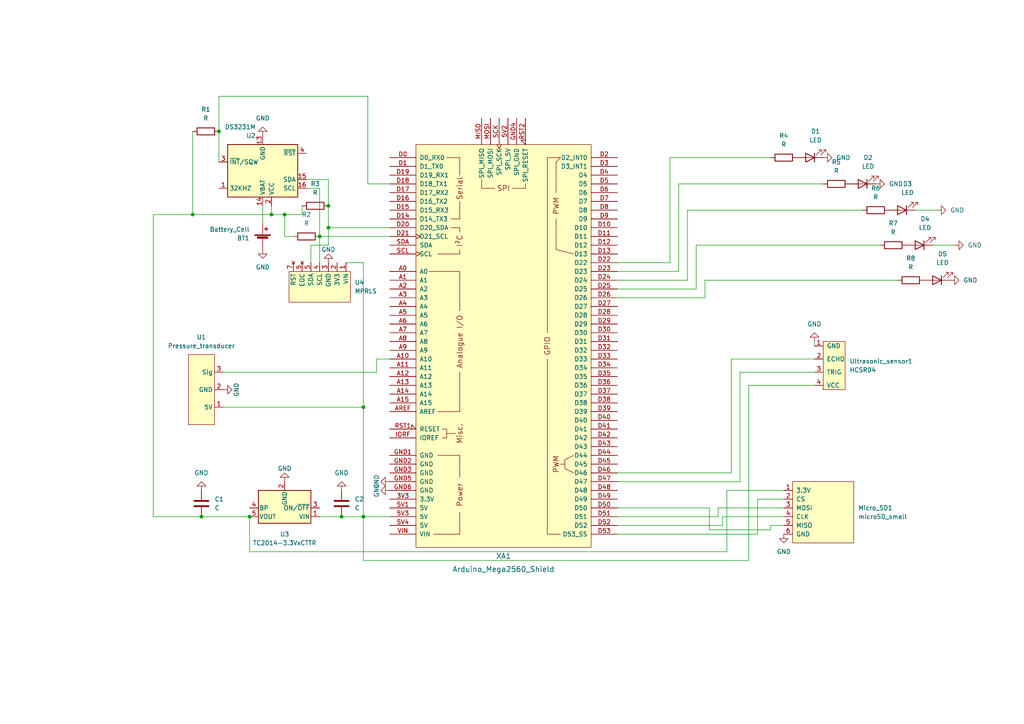
<source format=kicad_sch>
(kicad_sch (version 20211123) (generator eeschema)
  (paper "A4")
  (lib_symbols
    (symbol "ARTS-Lab:HCSR04" (pin_names (offset 1.016))
      (property "Reference" "Ultrasonic_sensor" (at 0 2.54 0))
      (property "Value" "HCSR04" (at 0 3.81 0))
      (symbol "HCSR04_0_1"
        (rectangle (start -7.62 1.27) (end 6.35 -5.08) (fill (type background)))
      )
      (symbol "HCSR04_1_1"
        (pin passive line (at -6.35 -7.62 90) (length 2.54) (name "GND") (number "1"))
        (pin passive line (at -2.54 -7.62 90) (length 2.54) (name "ECHO") (number "2"))
        (pin passive line (at 1.27 -7.62 90) (length 2.54) (name "TRIG") (number "3"))
        (pin passive line (at 5.08 -7.62 90) (length 2.54) (name "VCC") (number "4"))
      )
    )
    (symbol "ARTS-Lab:microSD_small" (pin_names (offset 1.016))
      (property "Reference" "Micro_SD" (at 0 -7.62 0))
      (property "Value" "microSD_small" (at 0 -3.81 0))
      (symbol "microSD_small_0_1"
        (polyline (pts (xy -8.89 -11.43) (xy -8.89 -17.78) (xy 8.89 -17.78) (xy 8.89 -11.43)) (fill (type background)))
        (polyline (pts (xy -8.89 -11.43) (xy -8.89 0) (xy 8.89 0) (xy 8.89 -11.43)) (fill (type background)))
      )
      (symbol "microSD_small_1_1"
        (pin input line (at -6.35 -20.32 90) (length 2.54) (name "3.3V") (number "1"))
        (pin input line (at -3.81 -20.32 90) (length 2.54) (name "CS") (number "2"))
        (pin input line (at -1.27 -20.32 90) (length 2.54) (name "MOSI") (number "3"))
        (pin input line (at 1.27 -20.32 90) (length 2.54) (name "CLK") (number "4"))
        (pin input line (at 3.81 -20.32 90) (length 2.54) (name "MISO") (number "5"))
        (pin input line (at 6.35 -20.32 90) (length 2.54) (name "GND") (number "6"))
      )
    )
    (symbol "Arduino_Boards:Arduino_Mega2560_Shield" (pin_names (offset 1.016))
      (property "Reference" "XA" (at 2.54 0 90))
      (property "Value" "Arduino_Mega2560_Shield" (at -2.54 0 90))
      (symbol "Arduino_Mega2560_Shield_0_0"
        (rectangle (start -25.4 -58.42) (end 25.4 58.42) (fill (type background)))
        (rectangle (start -20.32 -54.61) (end -12.7 -54.61))
        (rectangle (start -19.05 -31.75) (end -12.7 -31.75))
        (rectangle (start -19.05 -19.05) (end -12.7 -19.05))
        (rectangle (start -19.05 26.67) (end -12.7 26.67))
        (rectangle (start -17.78 -26.67) (end -16.51 -26.67))
        (rectangle (start -17.78 -24.13) (end -16.51 -24.13))
        (rectangle (start -16.51 -25.4) (end -13.97 -25.4))
        (rectangle (start -16.51 -24.13) (end -16.51 -26.67))
        (rectangle (start -16.51 54.61) (end -12.7 54.61))
        (rectangle (start -15.24 34.29) (end -12.7 34.29))
        (rectangle (start -15.24 36.83) (end -12.7 36.83))
        (rectangle (start -12.7 -54.61) (end -12.7 -48.26))
        (rectangle (start -12.7 -31.75) (end -12.7 -38.1))
        (rectangle (start -12.7 26.67) (end -12.7 27.94))
        (rectangle (start -12.7 34.29) (end -12.7 33.02))
        (rectangle (start -12.7 41.91) (end -12.7 36.83))
        (rectangle (start -12.7 49.53) (end -12.7 54.61))
        (rectangle (start -6.35 48.26) (end -6.35 45.72))
        (rectangle (start -2.54 45.72) (end -6.35 45.72))
        (polyline (pts (xy -21.59 21.59) (xy -12.7 21.59)))
        (polyline (pts (xy -12.7 -19.05) (xy -12.7 -7.62)))
        (polyline (pts (xy -12.7 10.16) (xy -12.7 21.59)))
        (polyline (pts (xy 12.7 -54.61) (xy 16.51 -54.61)))
        (polyline (pts (xy 12.7 54.61) (xy 16.51 54.61)))
        (polyline (pts (xy 17.78 -34.29) (xy 16.51 -34.29)))
        (polyline (pts (xy 15.24 36.83) (xy 15.24 27.94) (xy 20.32 26.67)))
        (polyline (pts (xy 15.24 44.45) (xy 15.24 53.34) (xy 16.51 54.61)))
        (polyline (pts (xy 20.32 -31.75) (xy 17.78 -33.02) (xy 17.78 -35.56) (xy 20.32 -36.83)))
        (rectangle (start 6.35 45.72) (end 2.54 45.72))
        (rectangle (start 6.35 46.99) (end 6.35 45.72))
        (text "Analogue I/O" (at -12.7 1.27 900) (effects (font (size 1.524 1.524))))
        (text "I²C" (at -12.7 30.48 900) (effects (font (size 1.524 1.524))))
        (text "Misc." (at -12.7 -25.4 900) (effects (font (size 1.524 1.524))))
        (text "Power" (at -12.7 -43.18 900) (effects (font (size 1.524 1.524))))
        (text "PWM" (at 15.24 -34.29 900) (effects (font (size 1.524 1.524))))
        (text "PWM" (at 15.24 40.64 900) (effects (font (size 1.524 1.524))))
        (text "Serial" (at -12.7 45.72 900) (effects (font (size 1.524 1.524))))
        (text "SPI" (at 0 45.72 0) (effects (font (size 1.524 1.524))))
      )
      (symbol "Arduino_Mega2560_Shield_1_0"
        (rectangle (start 12.7 -54.61) (end 12.7 -3.81))
        (rectangle (start 12.7 54.61) (end 12.7 3.81))
        (text "GPIO" (at 12.7 0 900) (effects (font (size 1.524 1.524))))
      )
      (symbol "Arduino_Mega2560_Shield_1_1"
        (pin power_in line (at -33.02 -44.45 0) (length 7.62) (name "3.3V") (number "3V3"))
        (pin power_in line (at -33.02 -46.99 0) (length 7.62) (name "5V") (number "5V1"))
        (pin power_in line (at 1.27 66.04 270) (length 7.62) (name "SPI_5V") (number "5V2"))
        (pin power_in line (at -33.02 -49.53 0) (length 7.62) (name "5V") (number "5V3"))
        (pin power_in line (at -33.02 -52.07 0) (length 7.62) (name "5V") (number "5V4"))
        (pin bidirectional line (at -33.02 21.59 0) (length 7.62) (name "A0") (number "A0"))
        (pin bidirectional line (at -33.02 19.05 0) (length 7.62) (name "A1") (number "A1"))
        (pin bidirectional line (at -33.02 -3.81 0) (length 7.62) (name "A10") (number "A10"))
        (pin bidirectional line (at -33.02 -6.35 0) (length 7.62) (name "A11") (number "A11"))
        (pin bidirectional line (at -33.02 -8.89 0) (length 7.62) (name "A12") (number "A12"))
        (pin bidirectional line (at -33.02 -11.43 0) (length 7.62) (name "A13") (number "A13"))
        (pin bidirectional line (at -33.02 -13.97 0) (length 7.62) (name "A14") (number "A14"))
        (pin bidirectional line (at -33.02 -16.51 0) (length 7.62) (name "A15") (number "A15"))
        (pin bidirectional line (at -33.02 16.51 0) (length 7.62) (name "A2") (number "A2"))
        (pin bidirectional line (at -33.02 13.97 0) (length 7.62) (name "A3") (number "A3"))
        (pin bidirectional line (at -33.02 11.43 0) (length 7.62) (name "A4") (number "A4"))
        (pin bidirectional line (at -33.02 8.89 0) (length 7.62) (name "A5") (number "A5"))
        (pin bidirectional line (at -33.02 6.35 0) (length 7.62) (name "A6") (number "A6"))
        (pin bidirectional line (at -33.02 3.81 0) (length 7.62) (name "A7") (number "A7"))
        (pin bidirectional line (at -33.02 1.27 0) (length 7.62) (name "A8") (number "A8"))
        (pin bidirectional line (at -33.02 -1.27 0) (length 7.62) (name "A9") (number "A9"))
        (pin input line (at -33.02 -19.05 0) (length 7.62) (name "AREF") (number "AREF"))
        (pin bidirectional line (at -33.02 54.61 0) (length 7.62) (name "D0_RX0") (number "D0"))
        (pin bidirectional line (at -33.02 52.07 0) (length 7.62) (name "D1_TX0") (number "D1"))
        (pin bidirectional line (at 33.02 34.29 180) (length 7.62) (name "D10") (number "D10"))
        (pin bidirectional line (at 33.02 31.75 180) (length 7.62) (name "D11") (number "D11"))
        (pin bidirectional line (at 33.02 29.21 180) (length 7.62) (name "D12") (number "D12"))
        (pin bidirectional line (at 33.02 26.67 180) (length 7.62) (name "D13") (number "D13"))
        (pin bidirectional line (at -33.02 36.83 0) (length 7.62) (name "D14_TX3") (number "D14"))
        (pin bidirectional line (at -33.02 39.37 0) (length 7.62) (name "D15_RX3") (number "D15"))
        (pin bidirectional line (at -33.02 41.91 0) (length 7.62) (name "D16_TX2") (number "D16"))
        (pin bidirectional line (at -33.02 44.45 0) (length 7.62) (name "D17_RX2") (number "D17"))
        (pin bidirectional line (at -33.02 46.99 0) (length 7.62) (name "D18_TX1") (number "D18"))
        (pin bidirectional line (at -33.02 49.53 0) (length 7.62) (name "D19_RX1") (number "D19"))
        (pin bidirectional line (at 33.02 54.61 180) (length 7.62) (name "D2_INT0") (number "D2"))
        (pin bidirectional line (at -33.02 34.29 0) (length 7.62) (name "D20_SDA") (number "D20"))
        (pin bidirectional clock (at -33.02 31.75 0) (length 7.62) (name "D21_SCL") (number "D21"))
        (pin bidirectional line (at 33.02 24.13 180) (length 7.62) (name "D22") (number "D22"))
        (pin bidirectional line (at 33.02 21.59 180) (length 7.62) (name "D23") (number "D23"))
        (pin bidirectional line (at 33.02 19.05 180) (length 7.62) (name "D24") (number "D24"))
        (pin bidirectional line (at 33.02 16.51 180) (length 7.62) (name "D25") (number "D25"))
        (pin bidirectional line (at 33.02 13.97 180) (length 7.62) (name "D26") (number "D26"))
        (pin bidirectional line (at 33.02 11.43 180) (length 7.62) (name "D27") (number "D27"))
        (pin bidirectional line (at 33.02 8.89 180) (length 7.62) (name "D28") (number "D28"))
        (pin bidirectional line (at 33.02 6.35 180) (length 7.62) (name "D29") (number "D29"))
        (pin bidirectional line (at 33.02 52.07 180) (length 7.62) (name "D3_INT1") (number "D3"))
        (pin bidirectional line (at 33.02 3.81 180) (length 7.62) (name "D30") (number "D30"))
        (pin bidirectional line (at 33.02 1.27 180) (length 7.62) (name "D31") (number "D31"))
        (pin bidirectional line (at 33.02 -1.27 180) (length 7.62) (name "D32") (number "D32"))
        (pin bidirectional line (at 33.02 -3.81 180) (length 7.62) (name "D33") (number "D33"))
        (pin bidirectional line (at 33.02 -6.35 180) (length 7.62) (name "D34") (number "D34"))
        (pin bidirectional line (at 33.02 -8.89 180) (length 7.62) (name "D35") (number "D35"))
        (pin bidirectional line (at 33.02 -11.43 180) (length 7.62) (name "D36") (number "D36"))
        (pin bidirectional line (at 33.02 -13.97 180) (length 7.62) (name "D37") (number "D37"))
        (pin bidirectional line (at 33.02 -16.51 180) (length 7.62) (name "D38") (number "D38"))
        (pin bidirectional line (at 33.02 -19.05 180) (length 7.62) (name "D39") (number "D39"))
        (pin bidirectional line (at 33.02 49.53 180) (length 7.62) (name "D4") (number "D4"))
        (pin bidirectional line (at 33.02 -21.59 180) (length 7.62) (name "D40") (number "D40"))
        (pin bidirectional line (at 33.02 -24.13 180) (length 7.62) (name "D41") (number "D41"))
        (pin bidirectional line (at 33.02 -26.67 180) (length 7.62) (name "D42") (number "D42"))
        (pin bidirectional line (at 33.02 -29.21 180) (length 7.62) (name "D43") (number "D43"))
        (pin bidirectional line (at 33.02 -31.75 180) (length 7.62) (name "D44") (number "D44"))
        (pin bidirectional line (at 33.02 -34.29 180) (length 7.62) (name "D45") (number "D45"))
        (pin bidirectional line (at 33.02 -36.83 180) (length 7.62) (name "D46") (number "D46"))
        (pin bidirectional line (at 33.02 -39.37 180) (length 7.62) (name "D47") (number "D47"))
        (pin bidirectional line (at 33.02 -41.91 180) (length 7.62) (name "D48") (number "D48"))
        (pin bidirectional line (at 33.02 -44.45 180) (length 7.62) (name "D49") (number "D49"))
        (pin bidirectional line (at 33.02 46.99 180) (length 7.62) (name "D5") (number "D5"))
        (pin bidirectional line (at 33.02 -46.99 180) (length 7.62) (name "D50") (number "D50"))
        (pin bidirectional line (at 33.02 -49.53 180) (length 7.62) (name "D51") (number "D51"))
        (pin bidirectional line (at 33.02 -52.07 180) (length 7.62) (name "D52") (number "D52"))
        (pin bidirectional line (at 33.02 -54.61 180) (length 7.62) (name "D53_SS") (number "D53"))
        (pin bidirectional line (at 33.02 44.45 180) (length 7.62) (name "D6") (number "D6"))
        (pin bidirectional line (at 33.02 41.91 180) (length 7.62) (name "D7") (number "D7"))
        (pin bidirectional line (at 33.02 39.37 180) (length 7.62) (name "D8") (number "D8"))
        (pin bidirectional line (at 33.02 36.83 180) (length 7.62) (name "D9") (number "D9"))
        (pin power_in line (at -33.02 -31.75 0) (length 7.62) (name "GND") (number "GND1"))
        (pin power_in line (at -33.02 -34.29 0) (length 7.62) (name "GND") (number "GND2"))
        (pin power_in line (at -33.02 -36.83 0) (length 7.62) (name "GND") (number "GND3"))
        (pin power_in line (at 3.81 66.04 270) (length 7.62) (name "SPI_GND") (number "GND4"))
        (pin power_in line (at -33.02 -39.37 0) (length 7.62) (name "GND") (number "GND5"))
        (pin power_in line (at -33.02 -41.91 0) (length 7.62) (name "GND") (number "GND6"))
        (pin output line (at -33.02 -26.67 0) (length 7.62) (name "IOREF") (number "IORF"))
        (pin input line (at -6.35 66.04 270) (length 7.62) (name "SPI_MISO") (number "MISO"))
        (pin output line (at -3.81 66.04 270) (length 7.62) (name "SPI_MOSI") (number "MOSI"))
        (pin open_collector input_low (at -33.02 -24.13 0) (length 7.62) (name "RESET") (number "RST1"))
        (pin open_collector input_low (at 6.35 66.04 270) (length 7.62) (name "SPI_RESET") (number "RST2"))
        (pin output clock (at -1.27 66.04 270) (length 7.62) (name "SPI_SCK") (number "SCK"))
        (pin bidirectional clock (at -33.02 26.67 0) (length 7.62) (name "SCL") (number "SCL"))
        (pin bidirectional line (at -33.02 29.21 0) (length 7.62) (name "SDA") (number "SDA"))
        (pin power_in line (at -33.02 -54.61 0) (length 7.62) (name "VIN") (number "VIN"))
      )
    )
    (symbol "Device:Battery_Cell" (pin_numbers hide) (pin_names (offset 0) hide)
      (property "Reference" "BT" (at 2.54 2.54 0))
      (property "Value" "Battery_Cell" (at 2.54 0 0))
      (symbol "Battery_Cell_0_1"
        (rectangle (start -2.286 1.778) (end 2.286 1.524) (fill (type outline)))
        (rectangle (start -1.5748 1.1938) (end 1.4732 0.6858) (fill (type outline)))
        (polyline (pts (xy 0 0.762) (xy 0 0)))
        (polyline (pts (xy 0 1.778) (xy 0 2.54)))
        (polyline (pts (xy 0.508 3.429) (xy 1.524 3.429)) (stroke (width 0.254)))
        (polyline (pts (xy 1.016 3.937) (xy 1.016 2.921)) (stroke (width 0.254)))
      )
      (symbol "Battery_Cell_1_1"
        (pin passive line (at 0 5.08 270) (length 2.54) (name "+") (number "1"))
        (pin passive line (at 0 -2.54 90) (length 2.54) (name "-") (number "2"))
      )
    )
    (symbol "Device:C" (pin_numbers hide) (pin_names (offset 0.254))
      (property "Reference" "C" (at 0.635 2.54 0))
      (property "Value" "C" (at 0.635 -2.54 0))
      (symbol "C_0_1"
        (polyline (pts (xy -2.032 -0.762) (xy 2.032 -0.762)) (stroke (width 0.508)))
        (polyline (pts (xy -2.032 0.762) (xy 2.032 0.762)) (stroke (width 0.508)))
      )
      (symbol "C_1_1"
        (pin passive line (at 0 3.81 270) (length 2.794) (name "~") (number "1"))
        (pin passive line (at 0 -3.81 90) (length 2.794) (name "~") (number "2"))
      )
    )
    (symbol "Device:LED" (pin_numbers hide) (pin_names (offset 1.016) hide)
      (property "Reference" "D" (at 0 2.54 0))
      (property "Value" "LED" (at 0 -2.54 0))
      (symbol "LED_0_1"
        (polyline (pts (xy -1.27 -1.27) (xy -1.27 1.27)) (stroke (width 0.254)))
        (polyline (pts (xy -1.27 0) (xy 1.27 0)))
        (polyline (pts (xy 1.27 -1.27) (xy 1.27 1.27) (xy -1.27 0) (xy 1.27 -1.27)) (stroke (width 0.254)))
        (polyline (pts (xy -3.048 -0.762) (xy -4.572 -2.286) (xy -3.81 -2.286) (xy -4.572 -2.286) (xy -4.572 -1.524)))
        (polyline (pts (xy -1.778 -0.762) (xy -3.302 -2.286) (xy -2.54 -2.286) (xy -3.302 -2.286) (xy -3.302 -1.524)))
      )
      (symbol "LED_1_1"
        (pin passive line (at -3.81 0 0) (length 2.54) (name "K") (number "1"))
        (pin passive line (at 3.81 0 180) (length 2.54) (name "A") (number "2"))
      )
    )
    (symbol "Device:R" (pin_numbers hide) (pin_names (offset 0))
      (property "Reference" "R" (at 2.032 0 90))
      (property "Value" "R" (at 0 0 90))
      (symbol "R_0_1"
        (rectangle (start -1.016 -2.54) (end 1.016 2.54) (stroke (width 0.254)))
      )
      (symbol "R_1_1"
        (pin passive line (at 0 3.81 270) (length 1.27) (name "~") (number "1"))
        (pin passive line (at 0 -3.81 90) (length 1.27) (name "~") (number "2"))
      )
    )
    (symbol "Regulator_Linear:TC2014-3.3VxCTTR" (pin_names (offset 0.254))
      (property "Reference" "U" (at -6.35 5.715 0))
      (property "Value" "TC2014-3.3VxCTTR" (at 0 5.715 0))
      (symbol "TC2014-3.3VxCTTR_0_1"
        (rectangle (start -7.62 -5.08) (end 7.62 4.445) (stroke (width 0.254)) (fill (type background)))
      )
      (symbol "TC2014-3.3VxCTTR_1_1"
        (pin power_in line (at -10.16 2.54 0) (length 2.54) (name "VIN") (number "1"))
        (pin power_in line (at 0 -7.62 90) (length 2.54) (name "GND") (number "2"))
        (pin input line (at -10.16 0 0) (length 2.54) (name "ON/~{OFF}") (number "3"))
        (pin input line (at 10.16 0 180) (length 2.54) (name "BP") (number "4"))
        (pin power_out line (at 10.16 2.54 180) (length 2.54) (name "VOUT") (number "5"))
      )
    )
    (symbol "Timer_RTC:DS3231M"
      (property "Reference" "U" (at -7.62 8.89 0))
      (property "Value" "DS3231M" (at 10.16 8.89 0))
      (symbol "DS3231M_0_1"
        (rectangle (start -10.16 7.62) (end 10.16 -7.62) (stroke (width 0.254)) (fill (type background)))
      )
      (symbol "DS3231M_1_1"
        (pin open_collector line (at 12.7 5.08 180) (length 2.54) (name "32KHZ") (number "1"))
        (pin passive line (at 0 -10.16 90) (length 2.54) hide (name "GND") (number "10"))
        (pin passive line (at 0 -10.16 90) (length 2.54) hide (name "GND") (number "11"))
        (pin passive line (at 0 -10.16 90) (length 2.54) hide (name "GND") (number "12"))
        (pin power_in line (at 0 -10.16 90) (length 2.54) (name "GND") (number "13"))
        (pin power_in line (at 0 10.16 270) (length 2.54) (name "VBAT") (number "14"))
        (pin bidirectional line (at -12.7 2.54 0) (length 2.54) (name "SDA") (number "15"))
        (pin input line (at -12.7 5.08 0) (length 2.54) (name "SCL") (number "16"))
        (pin power_in line (at -2.54 10.16 270) (length 2.54) (name "VCC") (number "2"))
        (pin open_collector line (at 12.7 -2.54 180) (length 2.54) (name "~{INT}/SQW") (number "3"))
        (pin bidirectional line (at -12.7 -5.08 0) (length 2.54) (name "~{RST}") (number "4"))
        (pin passive line (at 0 -10.16 90) (length 2.54) hide (name "GND") (number "5"))
        (pin passive line (at 0 -10.16 90) (length 2.54) hide (name "GND") (number "6"))
        (pin passive line (at 0 -10.16 90) (length 2.54) hide (name "GND") (number "7"))
        (pin passive line (at 0 -10.16 90) (length 2.54) hide (name "GND") (number "8"))
        (pin passive line (at 0 -10.16 90) (length 2.54) hide (name "GND") (number "9"))
      )
    )
    (symbol "dhec:MPRLS"
      (property "Reference" "U" (at 3.81 6.35 0))
      (property "Value" "MPRLS" (at 3.81 8.89 0))
      (symbol "MPRLS_0_1"
        (rectangle (start -5.08 10.16) (end 12.7 1.27) (fill (type background)))
      )
      (symbol "MPRLS_1_1"
        (pin power_in line (at -3.81 -1.27 90) (length 2.54) (name "VIN") (number "1"))
        (pin power_out line (at -1.27 -1.27 90) (length 2.54) (name "3V3") (number "2"))
        (pin power_out line (at 1.27 -1.27 90) (length 2.54) (name "GND") (number "3"))
        (pin bidirectional line (at 3.81 -1.27 90) (length 2.54) (name "SCL") (number "4"))
        (pin no_connect line (at 8.89 -1.27 90) (length 2.54) (name "EOC") (number "5"))
        (pin bidirectional line (at 6.35 -1.27 90) (length 2.54) (name "SDA") (number "5"))
        (pin no_connect line (at 11.43 -1.27 90) (length 2.54) (name "RST") (number "7"))
      )
    )
    (symbol "dhec:Pressure_transducer"
      (property "Reference" "U" (at -3.81 1.27 0))
      (property "Value" "Pressure_transducer" (at 0 3.81 0))
      (symbol "Pressure_transducer_0_1"
        (rectangle (start -10.16 5.08) (end 10.16 -2.54) (fill (type background)))
      )
      (symbol "Pressure_transducer_1_1"
        (pin power_in line (at -5.08 -5.08 90) (length 2.54) (name "5V") (number "1"))
        (pin power_out line (at 0 -5.08 90) (length 2.54) (name "GND") (number "2"))
        (pin power_out line (at 5.08 -5.08 90) (length 2.54) (name "Sig") (number "3"))
      )
    )
    (symbol "power:GND" (power) (pin_names (offset 0))
      (property "Value" "GND" (at 0 -3.81 0))
      (symbol "GND_0_1"
        (polyline (pts (xy 0 0) (xy 0 -1.27) (xy 1.27 -1.27) (xy 0 -2.54) (xy -1.27 -1.27) (xy 0 -1.27)))
      )
      (symbol "GND_1_1"
        (pin power_in line (at 0 0 270) (length 0) hide (name "GND") (number "1"))
      )
    )
  )
  (junction (at 58.42 149.86))
  (junction (at 92.71 68.58))
  (junction (at 105.41 118.11))
  (junction (at 55.88 62.23))
  (junction (at 95.25 59.69))
  (junction (at 78.74 62.23))
  (junction (at 95.25 66.04))
  (junction (at 63.5 38.1))
  (junction (at 99.06 149.86))
  (junction (at 105.41 149.86))
  (junction (at 82.55 62.23))
  (junction (at 72.39 149.86))
  (wire (pts (xy 95.25 66.04) (xy 113.03 66.04)))
  (wire (pts (xy 95.25 71.12) (xy 95.25 66.04)))
  (wire (pts (xy 265.43 60.96) (xy 271.78 60.96)))
  (wire (pts (xy 208.28 147.32) (xy 227.33 147.32)))
  (wire (pts (xy 90.17 71.12) (xy 95.25 71.12)))
  (wire (pts (xy 209.55 152.4) (xy 209.55 149.86)))
  (wire (pts (xy 179.07 152.4) (xy 209.55 152.4)))
  (wire (pts (xy 179.07 83.82) (xy 201.93 83.82)))
  (wire (pts (xy 205.74 153.67) (xy 223.52 153.67)))
  (wire (pts (xy 95.25 59.69) (xy 95.25 66.04)))
  (wire (pts (xy 201.93 71.12) (xy 255.27 71.12)))
  (wire (pts (xy 214.63 139.7) (xy 179.07 139.7)))
  (wire (pts (xy 99.06 149.86) (xy 105.41 149.86)))
  (wire (pts (xy 179.07 78.74) (xy 196.85 78.74)))
  (wire (pts (xy 223.52 153.67) (xy 223.52 152.4)))
  (wire (pts (xy 64.77 118.11) (xy 105.41 118.11)))
  (wire (pts (xy 105.41 118.11) (xy 105.41 149.86)))
  (wire (pts (xy 217.17 111.76) (xy 236.22 111.76)))
  (wire (pts (xy 227.33 142.24) (xy 210.82 142.24)))
  (wire (pts (xy 204.47 81.28) (xy 260.35 81.28)))
  (wire (pts (xy 55.88 62.23) (xy 78.74 62.23)))
  (wire (pts (xy 92.71 149.86) (xy 99.06 149.86)))
  (wire (pts (xy 78.74 62.23) (xy 78.74 59.69)))
  (wire (pts (xy 109.22 107.95) (xy 109.22 104.14)))
  (wire (pts (xy 63.5 27.94) (xy 106.68 27.94)))
  (wire (pts (xy 208.28 149.86) (xy 208.28 147.32)))
  (wire (pts (xy 217.17 162.56) (xy 217.17 111.76)))
  (wire (pts (xy 194.31 45.72) (xy 223.52 45.72)))
  (wire (pts (xy 88.9 52.07) (xy 95.25 52.07)))
  (wire (pts (xy 179.07 81.28) (xy 199.39 81.28)))
  (wire (pts (xy 214.63 107.95) (xy 214.63 139.7)))
  (wire (pts (xy 64.77 107.95) (xy 109.22 107.95)))
  (wire (pts (xy 63.5 46.99) (xy 63.5 38.1)))
  (wire (pts (xy 92.71 68.58) (xy 92.71 76.2)))
  (wire (pts (xy 72.39 149.86) (xy 58.42 149.86)))
  (wire (pts (xy 199.39 81.28) (xy 199.39 60.96)))
  (wire (pts (xy 105.41 149.86) (xy 105.41 162.56)))
  (wire (pts (xy 219.71 154.94) (xy 219.71 144.78)))
  (wire (pts (xy 212.09 104.14) (xy 212.09 137.16)))
  (wire (pts (xy 210.82 160.02) (xy 72.39 160.02)))
  (wire (pts (xy 78.74 62.23) (xy 82.55 62.23)))
  (wire (pts (xy 105.41 162.56) (xy 217.17 162.56)))
  (wire (pts (xy 179.07 147.32) (xy 205.74 147.32)))
  (wire (pts (xy 210.82 142.24) (xy 210.82 160.02)))
  (wire (pts (xy 236.22 104.14) (xy 212.09 104.14)))
  (wire (pts (xy 106.68 53.34) (xy 113.03 53.34)))
  (wire (pts (xy 179.07 76.2) (xy 194.31 76.2)))
  (wire (pts (xy 199.39 60.96) (xy 250.19 60.96)))
  (wire (pts (xy 205.74 147.32) (xy 205.74 153.67)))
  (wire (pts (xy 92.71 54.61) (xy 92.71 68.58)))
  (wire (pts (xy 63.5 38.1) (xy 63.5 27.94)))
  (wire (pts (xy 196.85 53.34) (xy 238.76 53.34)))
  (wire (pts (xy 201.93 83.82) (xy 201.93 71.12)))
  (wire (pts (xy 88.9 54.61) (xy 92.71 54.61)))
  (wire (pts (xy 204.47 86.36) (xy 204.47 81.28)))
  (wire (pts (xy 212.09 137.16) (xy 179.07 137.16)))
  (wire (pts (xy 179.07 86.36) (xy 204.47 86.36)))
  (wire (pts (xy 270.51 71.12) (xy 276.86 71.12)))
  (wire (pts (xy 236.22 99.06) (xy 236.22 100.33)))
  (wire (pts (xy 44.45 149.86) (xy 44.45 62.23)))
  (wire (pts (xy 95.25 52.07) (xy 95.25 59.69)))
  (wire (pts (xy 100.33 76.2) (xy 105.41 76.2)))
  (wire (pts (xy 82.55 62.23) (xy 87.63 62.23)))
  (wire (pts (xy 58.42 149.86) (xy 44.45 149.86)))
  (wire (pts (xy 194.31 76.2) (xy 194.31 45.72)))
  (wire (pts (xy 90.17 76.2) (xy 90.17 71.12)))
  (wire (pts (xy 179.07 154.94) (xy 219.71 154.94)))
  (wire (pts (xy 76.2 59.69) (xy 76.2 64.77)))
  (wire (pts (xy 82.55 68.58) (xy 82.55 62.23)))
  (wire (pts (xy 105.41 76.2) (xy 105.41 118.11)))
  (wire (pts (xy 236.22 107.95) (xy 214.63 107.95)))
  (wire (pts (xy 85.09 68.58) (xy 82.55 68.58)))
  (wire (pts (xy 219.71 144.78) (xy 227.33 144.78)))
  (wire (pts (xy 92.71 68.58) (xy 113.03 68.58)))
  (wire (pts (xy 196.85 78.74) (xy 196.85 53.34)))
  (wire (pts (xy 209.55 149.86) (xy 227.33 149.86)))
  (wire (pts (xy 179.07 149.86) (xy 208.28 149.86)))
  (wire (pts (xy 109.22 104.14) (xy 113.03 104.14)))
  (wire (pts (xy 87.63 62.23) (xy 87.63 59.69)))
  (wire (pts (xy 72.39 160.02) (xy 72.39 149.86)))
  (wire (pts (xy 55.88 38.1) (xy 55.88 62.23)))
  (wire (pts (xy 223.52 152.4) (xy 227.33 152.4)))
  (wire (pts (xy 44.45 62.23) (xy 55.88 62.23)))
  (wire (pts (xy 106.68 27.94) (xy 106.68 53.34)))
  (wire (pts (xy 105.41 149.86) (xy 113.03 149.86)))
  (symbol (lib_id "power:GND") (at 113.03 139.7 270) (unit 1)
    (property "Reference" "#PWR06" (effects hide))
    (property "Value" "GND" (at 109.22 139.7 0))
  )
  (symbol (lib_id "Device:C") (at 58.42 146.05 0) (unit 1)
    (property "Reference" "C1" (at 62.23 144.7799 0) (effects (justify left)))
    (property "Value" "C" (at 62.23 147.3199 0) (effects (justify left)))
    (property "Footprint" "Capacitor_SMD:C_1206_3216Metric" (effects hide))
  )
  (symbol (lib_id "Device:R") (at 254 60.96 90) (unit 1)
    (property "Reference" "R6" (at 254 54.61 90))
    (property "Value" "R" (at 254 57.15 90))
    (property "Footprint" "Resistor_SMD:R_1206_3216Metric" (effects hide))
  )
  (symbol (lib_id "Device:LED") (at 234.95 45.72 180) (unit 1)
    (property "Reference" "D1" (at 236.5375 38.1 0))
    (property "Value" "LED" (at 236.5375 40.64 0))
    (property "Footprint" "LED_SMD:LED_1206_3216Metric_Pad1.42x1.75mm_HandSolder" (effects hide))
  )
  (symbol (lib_id "Arduino_Boards:Arduino_Mega2560_Shield") (at 146.05 100.33 0) (unit 1)
    (property "Reference" "XA1" (at 146.05 161.29 0) (effects (font (size 1.524 1.524))))
    (property "Value" "Arduino_Mega2560_Shield" (at 146.05 165.1 0) (effects (font (size 1.524 1.524))))
    (property "Footprint" "Arduino_Boards:Arduino_Mega2560_Shield" (effects hide))
    (property "Datasheet" "https://store.arduino.cc/arduino-mega-2560-rev3" (effects hide))
  )
  (symbol (lib_id "power:GND") (at 113.03 142.24 270) (unit 1)
    (property "Reference" "#PWR07" (effects hide))
    (property "Value" "GND" (at 109.22 142.24 0))
  )
  (symbol (lib_id "Device:LED") (at 261.62 60.96 180) (unit 1)
    (property "Reference" "D3" (at 263.2075 53.34 0))
    (property "Value" "LED" (at 263.2075 55.88 0))
    (property "Footprint" "LED_SMD:LED_1206_3216Metric_Pad1.42x1.75mm_HandSolder" (effects hide))
  )
  (symbol (lib_id "Device:R") (at 259.08 71.12 90) (unit 1)
    (property "Reference" "R7" (at 259.08 64.77 90))
    (property "Value" "R" (at 259.08 67.31 90))
    (property "Footprint" "Resistor_SMD:R_1206_3216Metric" (effects hide))
  )
  (symbol (lib_id "Device:LED") (at 271.78 81.28 180) (unit 1)
    (property "Reference" "D5" (at 273.3675 73.66 0))
    (property "Value" "LED" (at 273.3675 76.2 0))
    (property "Footprint" "LED_SMD:LED_1206_3216Metric_Pad1.42x1.75mm_HandSolder" (effects hide))
  )
  (symbol (lib_id "Device:R") (at 242.57 53.34 90) (unit 1)
    (property "Reference" "R5" (at 242.57 46.99 90))
    (property "Value" "R" (at 242.57 49.53 90))
    (property "Footprint" "Resistor_SMD:R_1206_3216Metric" (effects hide))
  )
  (symbol (lib_id "power:GND") (at 76.2 72.39 0) (unit 1)
    (property "Reference" "#PWR03" (effects hide))
    (property "Value" "GND" (at 76.2 77.47 0))
  )
  (symbol (lib_id "Timer_RTC:DS3231M") (at 76.2 49.53 180) (unit 1)
    (property "Reference" "U2" (at 74.1806 39.37 0) (effects (justify left)))
    (property "Value" "DS3231M" (at 74.1806 36.83 0) (effects (justify left)))
    (property "Footprint" "Package_SO:SOIC-16W_7.5x10.3mm_P1.27mm" (effects hide))
    (property "Datasheet" "http://datasheets.maximintegrated.com/en/ds/DS3231.pdf" (effects hide))
  )
  (symbol (lib_id "Device:Battery_Cell") (at 76.2 69.85 0) (unit 1)
    (property "Reference" "BT1" (at 72.39 69.0881 0) (effects (justify right)))
    (property "Value" "Battery_Cell" (at 72.39 66.5481 0) (effects (justify right)))
    (property "Footprint" "ARTS-lab:battery_holder_10mm" (effects hide))
  )
  (symbol (lib_id "dhec:Pressure_transducer") (at 59.69 113.03 90) (unit 1)
    (property "Reference" "U1" (at 58.42 97.79 90))
    (property "Value" "Pressure_transducer" (at 58.42 100.33 90))
    (property "Footprint" "dhec:pressure_sensor" (effects hide))
  )
  (symbol (lib_id "power:GND") (at 276.86 71.12 90) (unit 1)
    (property "Reference" "#PWR014" (effects hide))
    (property "Value" "GND" (at 280.67 71.1199 90) (effects (justify right)))
  )
  (symbol (lib_id "power:GND") (at 58.42 142.24 180) (unit 1)
    (property "Reference" "#PWR0102" (effects hide))
    (property "Value" "GND" (at 58.42 137.16 0))
  )
  (symbol (lib_id "Regulator_Linear:TC2014-3.3VxCTTR") (at 82.55 147.32 180) (unit 1)
    (property "Reference" "U3" (at 82.55 154.94 0))
    (property "Value" "TC2014-3.3VxCTTR" (at 82.55 157.48 0))
    (property "Footprint" "Package_TO_SOT_SMD:SOT-23-5" (effects hide))
    (property "Datasheet" "http://ww1.microchip.com/downloads/en/DeviceDoc/21662F.pdf" (effects hide))
  )
  (symbol (lib_id "power:GND") (at 271.78 60.96 90) (unit 1)
    (property "Reference" "#PWR012" (effects hide))
    (property "Value" "GND" (at 275.59 60.9599 90) (effects (justify right)))
  )
  (symbol (lib_id "ARTS-Lab:microSD_small") (at 247.65 148.59 270) (unit 1)
    (property "Reference" "Micro_SD1" (at 248.92 147.3199 90) (effects (justify left)))
    (property "Value" "microSD_small" (at 248.92 149.8599 90) (effects (justify left)))
    (property "Footprint" "ARTS-lab:small_microSD_v2" (effects hide))
  )
  (symbol (lib_id "power:GND") (at 76.2 39.37 180) (unit 1)
    (property "Reference" "#PWR02" (effects hide))
    (property "Value" "GND" (at 76.2 34.29 0))
  )
  (symbol (lib_id "power:GND") (at 236.22 99.06 180) (unit 1)
    (property "Reference" "#PWR09" (effects hide))
    (property "Value" "GND" (at 236.22 93.98 0))
  )
  (symbol (lib_id "Device:R") (at 88.9 68.58 90) (unit 1)
    (property "Reference" "R2" (at 88.9 62.23 90))
    (property "Value" "R" (at 88.9 64.77 90))
    (property "Footprint" "Resistor_SMD:R_1206_3216Metric" (effects hide))
  )
  (symbol (lib_id "Device:C") (at 99.06 146.05 0) (unit 1)
    (property "Reference" "C2" (at 102.87 144.7799 0) (effects (justify left)))
    (property "Value" "C" (at 102.87 147.3199 0) (effects (justify left)))
    (property "Footprint" "Capacitor_SMD:C_1206_3216Metric" (effects hide))
  )
  (symbol (lib_id "Device:R") (at 227.33 45.72 90) (unit 1)
    (property "Reference" "R4" (at 227.33 39.37 90))
    (property "Value" "R" (at 227.33 41.91 90))
    (property "Footprint" "Resistor_SMD:R_1206_3216Metric" (effects hide))
  )
  (symbol (lib_id "ARTS-Lab:HCSR04") (at 243.84 106.68 270) (unit 1)
    (property "Reference" "Ultrasonic_sensor1" (at 246.38 104.7749 90) (effects (justify left)))
    (property "Value" "HCSR04" (at 246.38 107.3149 90) (effects (justify left)))
    (property "Footprint" "ARTS-lab:HCSR04" (effects hide))
  )
  (symbol (lib_id "power:GND") (at 82.55 139.7 180) (unit 1)
    (property "Reference" "#PWR04" (effects hide))
    (property "Value" "GND" (at 82.55 135.89 0))
  )
  (symbol (lib_id "Device:R") (at 59.69 38.1 90) (unit 1)
    (property "Reference" "R1" (at 59.69 31.75 90))
    (property "Value" "R" (at 59.69 34.29 90))
    (property "Footprint" "Resistor_SMD:R_1206_3216Metric" (effects hide))
  )
  (symbol (lib_id "Device:R") (at 91.44 59.69 90) (unit 1)
    (property "Reference" "R3" (at 91.44 53.34 90))
    (property "Value" "R" (at 91.44 55.88 90))
    (property "Footprint" "Resistor_SMD:R_1206_3216Metric" (effects hide))
  )
  (symbol (lib_id "dhec:MPRLS") (at 96.52 77.47 180) (unit 1)
    (property "Reference" "U4" (at 102.87 81.9149 0) (effects (justify right)))
    (property "Value" "MPRLS" (at 102.87 84.4549 0) (effects (justify right)))
    (property "Footprint" "dhec:MPRLS" (effects hide))
  )
  (symbol (lib_id "Device:LED") (at 266.7 71.12 180) (unit 1)
    (property "Reference" "D4" (at 268.2875 63.5 0))
    (property "Value" "LED" (at 268.2875 66.04 0))
    (property "Footprint" "LED_SMD:LED_1206_3216Metric_Pad1.42x1.75mm_HandSolder" (effects hide))
  )
  (symbol (lib_id "power:GND") (at 227.33 154.94 0) (unit 1)
    (property "Reference" "#PWR08" (effects hide))
    (property "Value" "GND" (at 227.33 160.02 0))
  )
  (symbol (lib_id "power:GND") (at 254 53.34 90) (unit 1)
    (property "Reference" "#PWR011" (effects hide))
    (property "Value" "GND" (at 257.81 53.3399 90) (effects (justify right)))
  )
  (symbol (lib_id "Device:R") (at 264.16 81.28 90) (unit 1)
    (property "Reference" "R8" (at 264.16 74.93 90))
    (property "Value" "R" (at 264.16 77.47 90))
    (property "Footprint" "Resistor_SMD:R_1206_3216Metric" (effects hide))
  )
  (symbol (lib_id "power:GND") (at 64.77 113.03 90) (unit 1)
    (property "Reference" "#PWR01" (effects hide))
    (property "Value" "GND" (at 68.58 113.03 0))
  )
  (symbol (lib_id "power:GND") (at 275.59 81.28 90) (unit 1)
    (property "Reference" "#PWR013" (effects hide))
    (property "Value" "GND" (at 279.4 81.2799 90) (effects (justify right)))
  )
  (symbol (lib_id "Device:LED") (at 250.19 53.34 180) (unit 1)
    (property "Reference" "D2" (at 251.7775 45.72 0))
    (property "Value" "LED" (at 251.7775 48.26 0))
    (property "Footprint" "LED_SMD:LED_1206_3216Metric_Pad1.42x1.75mm_HandSolder" (effects hide))
  )
  (symbol (lib_id "power:GND") (at 238.76 45.72 90) (unit 1)
    (property "Reference" "#PWR010" (effects hide))
    (property "Value" "GND" (at 242.57 45.7199 90) (effects (justify right)))
  )
  (symbol (lib_id "power:GND") (at 99.06 142.24 180) (unit 1)
    (property "Reference" "#PWR0101" (effects hide))
    (property "Value" "GND" (at 99.06 137.16 0))
  )
  (symbol (lib_id "power:GND") (at 95.25 76.2 180) (unit 1)
    (property "Reference" "#PWR05" (effects hide))
    (property "Value" "GND" (at 95.25 72.39 0))
  )
)
</source>
